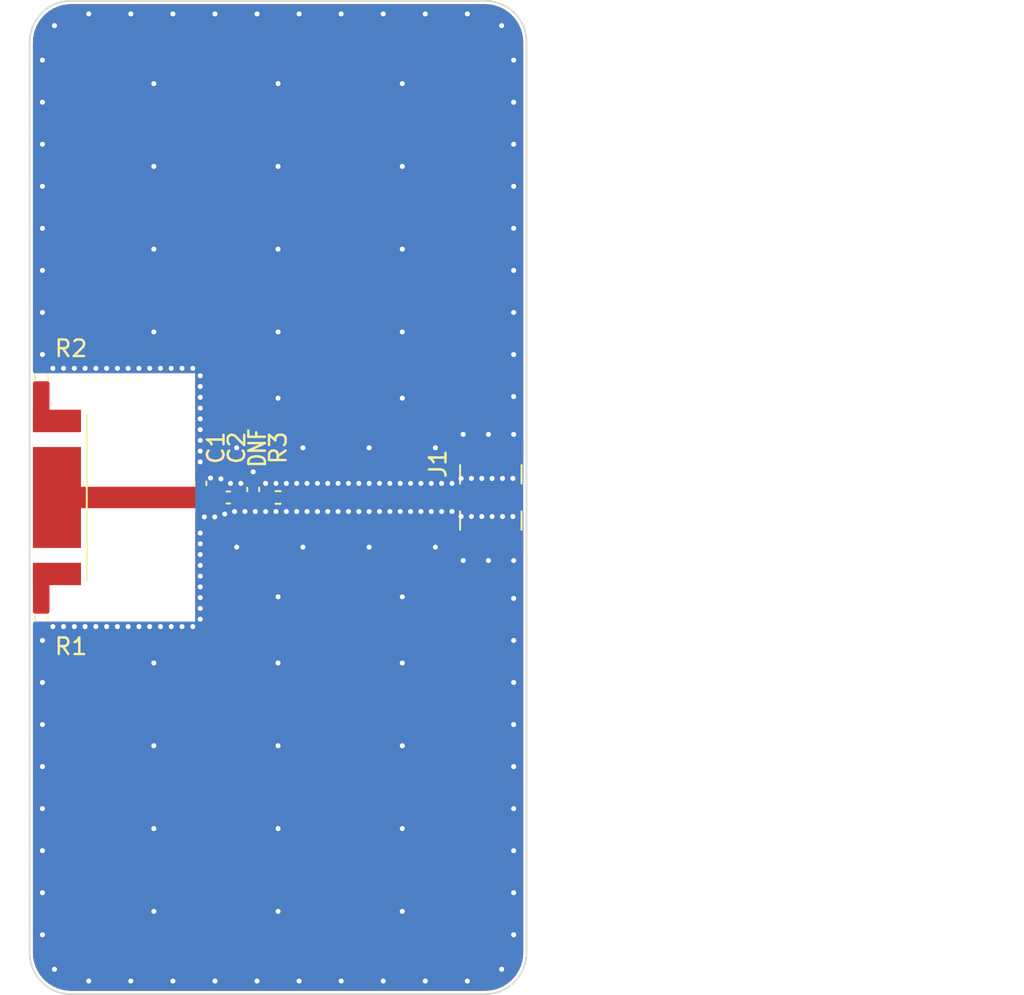
<source format=kicad_pcb>
(kicad_pcb (version 20211014) (generator pcbnew)
  (layers (0 "F.Cu" signal) (1 "In1.Cu" signal) (2 "In2.Cu" signal) (31 "B.Cu" signal) (34 "B.Paste" user) (35 "F.Paste" user) (36 "B.SilkS" user "B.Silkscreen") (37 "F.SilkS" user "F.Silkscreen") (38 "B.Mask" user) (39 "F.Mask" user) (44 "Edge.Cuts" user))
  (net 0 "")
  (net 1 "Net-(ANT1-Pad1)")
  (net 2 "Net-(ANT1-Pad2)")
  (net 3 "Net-(ANT1-Pad3)")
  (net 4 "GND")
  (net 5 "Net-(C2-Pad2)")
  (net 6 "Net-(R3-Pad2)")
  (footprint "Capacitor_SMD:C_0402_1005Metric" (layer "F.Cu") (at 112 120)
    (fp_text reference "C2" (at 0.5 -3 90) (layer "F.SilkS"))
    (fp_text value "3.9p")
    (fp_line (start -0.107836 0.36) (end 0.107836 0.36) (layer "F.SilkS") (width 0.12))
    (fp_line (start -0.107836 -0.36) (end 0.107836 -0.36) (layer "F.SilkS") (width 0.12))
    (pad "1" smd roundrect (at -0.48 0) (size 0.56 0.62) (layers "F.Cu" "F.Paste" "F.Mask") (net 1 "Net-(ANT1-Pad1)"))
    (pad "2" smd roundrect (at 0.48 0) (size 0.56 0.62) (layers "F.Cu" "F.Paste" "F.Mask") (net 5 "Net-(C2-Pad2)"))
  )
  (footprint "Connector_Coaxial:SMA_Samtec_SMA-J-P-X-ST-EM1_EdgeMount" (layer "F.Cu") (at 129.7 120 90)
    (fp_text reference "J1" (at 2.032 -5.048 90) (layer "F.SilkS"))
    (fp_text value "Conn_Coaxial")
    (fp_line (start 0.84 0) (end 1.95 0) (layer "F.SilkS") (width 0.12))
    (fp_line (start -1.95 -3.71) (end -0.84 -3.71) (layer "F.SilkS") (width 0.12))
    (fp_line (start -1.95 0) (end -0.84 0) (layer "F.SilkS") (width 0.12))
    (fp_line (start 0.84 -3.71) (end 1.95 -3.71) (layer "F.SilkS") (width 0.12))
    (pad "1" smd rect (at 0 -1.8 90) (size 1.27 3.6) (layers "F.Cu" "F.Paste" "F.Mask") (net 6 "Net-(R3-Pad2)"))
    (pad "2" smd rect (at 2.825 -2 90) (size 1.35 4.2) (layers "F.Cu" "F.Paste" "F.Mask") (net 4 "GND"))
    (pad "2" smd rect (at 2.825 -2 90) (size 1.35 4.2) (layers "B.Cu" "B.Paste" "B.Mask") (net 4 "GND"))
    (pad "2" smd rect (at -2.825 -2 90) (size 1.35 4.2) (layers "B.Cu" "B.Paste" "B.Mask") (net 4 "GND"))
    (pad "2" smd rect (at -2.825 -2 90) (size 1.35 4.2) (layers "F.Cu" "F.Paste" "F.Mask") (net 4 "GND"))
  )
  (footprint "Capacitor_SMD:C_0402_1005Metric" (layer "F.Cu") (at 113.5 119.52 90)
    (fp_text reference "C3" hide)
    (fp_text value "DNF")
    (fp_line (start -0.107836 0.36) (end 0.107836 0.36) (layer "F.SilkS") (width 0.12))
    (fp_line (start -0.107836 -0.36) (end 0.107836 -0.36) (layer "F.SilkS") (width 0.12))
    (pad "1" smd roundrect (at -0.48 0 90) (size 0.56 0.62) (layers "F.Cu" "F.Paste" "F.Mask") (net 5 "Net-(C2-Pad2)"))
    (pad "2" smd roundrect (at 0.48 0 90) (size 0.56 0.62) (layers "F.Cu" "F.Paste" "F.Mask") (net 4 "GND"))
  )
  (footprint "Resistor_SMD:R_0402_1005Metric" (layer "F.Cu") (at 100.7 127.26 -90)
    (fp_text reference "R1" (at 1.74 -1.8) (layer "F.SilkS"))
    (fp_text value "0")
    (fp_line (start -0.153641 -0.38) (end 0.153641 -0.38) (layer "F.SilkS") (width 0.12))
    (fp_line (start -0.153641 0.38) (end 0.153641 0.38) (layer "F.SilkS") (width 0.12))
    (pad "1" smd roundrect (at -0.51 0 270) (size 0.54 0.64) (layers "F.Cu" "F.Paste" "F.Mask") (net 2 "Net-(ANT1-Pad2)"))
    (pad "2" smd roundrect (at 0.51 0 270) (size 0.54 0.64) (layers "F.Cu" "F.Paste" "F.Mask") (net 4 "GND"))
  )
  (footprint "Resistor_SMD:R_0402_1005Metric" (layer "F.Cu") (at 100.7 112.74 90)
    (fp_text reference "R2" (at 1.74 1.8) (layer "F.SilkS"))
    (fp_text value "0")
    (fp_line (start -0.153641 0.38) (end 0.153641 0.38) (layer "F.SilkS") (width 0.12))
    (fp_line (start -0.153641 -0.38) (end 0.153641 -0.38) (layer "F.SilkS") (width 0.12))
    (pad "1" smd roundrect (at -0.51 0 90) (size 0.54 0.64) (layers "F.Cu" "F.Paste" "F.Mask") (net 3 "Net-(ANT1-Pad3)"))
    (pad "2" smd roundrect (at 0.51 0 90) (size 0.54 0.64) (layers "F.Cu" "F.Paste" "F.Mask") (net 4 "GND"))
  )
  (footprint "GGBLA.125.A:GGBLA.125.A" (layer "F.Cu") (at 101.65 120 90)
    (fp_text reference "ANT1" hide)
    (fp_text value "GGBLA.125.A" hide)
    (fp_line (start -5 1.8) (end 5 1.8) (layer "F.SilkS") (width 0.12))
    (pad "1" smd rect (at 0 0 180) (size 2.9 6.1) (layers "F.Cu" "F.Paste" "F.Mask") (net 1 "Net-(ANT1-Pad1)"))
    (pad "2" smd rect (at -4.625 0 90) (size 1.35 2.9) (layers "F.Cu" "F.Paste" "F.Mask") (net 2 "Net-(ANT1-Pad2)"))
    (pad "3" smd rect (at 4.625 0 90) (size 1.35 2.9) (layers "F.Cu" "F.Paste" "F.Mask") (net 3 "Net-(ANT1-Pad3)"))
  )
  (footprint "Resistor_SMD:R_0402_1005Metric" (layer "F.Cu") (at 115 120)
    (fp_text reference "R3" (at 0 -3 90) (layer "F.SilkS"))
    (fp_text value "0")
    (fp_line (start -0.153641 0.38) (end 0.153641 0.38) (layer "F.SilkS") (width 0.12))
    (fp_line (start -0.153641 -0.38) (end 0.153641 -0.38) (layer "F.SilkS") (width 0.12))
    (pad "1" smd roundrect (at -0.51 0) (size 0.54 0.64) (layers "F.Cu" "F.Paste" "F.Mask") (net 5 "Net-(C2-Pad2)"))
    (pad "2" smd roundrect (at 0.51 0) (size 0.54 0.64) (layers "F.Cu" "F.Paste" "F.Mask") (net 6 "Net-(R3-Pad2)"))
  )
  (footprint "Capacitor_SMD:C_0402_1005Metric" (layer "F.Cu") (at 110.31 119.15 90)
    (fp_text reference "C1" (at 2.15 0.94 90) (layer "F.SilkS"))
    (fp_text value "1.2p")
    (fp_line (start -0.107836 -0.36) (end 0.107836 -0.36) (layer "F.SilkS") (width 0.12))
    (fp_line (start -0.107836 0.36) (end 0.107836 0.36) (layer "F.SilkS") (width 0.12))
    (pad "1" smd roundrect (at -0.48 0 90) (size 0.56 0.62) (layers "F.Cu" "F.Paste" "F.Mask") (net 1 "Net-(ANT1-Pad1)"))
    (pad "2" smd roundrect (at 0.48 0 90) (size 0.56 0.62) (layers "F.Cu" "F.Paste" "F.Mask") (net 4 "GND"))
  )
  (gr_line (start 100 92.5) (end 100 147.5) (layer "Edge.Cuts") (width 0.1))
  (gr_arc (start 102.5 150) (mid 100.732233 149.267767) (end 100 147.5) (layer "Edge.Cuts") (width 0.1))
  (gr_line (start 130 147.5) (end 130 92.5) (layer "Edge.Cuts") (width 0.1))
  (gr_line (start 127.5 90) (end 102.5 90) (layer "Edge.Cuts") (width 0.1))
  (gr_arc (start 130 147.5) (mid 129.267767 149.267767) (end 127.5 150) (layer "Edge.Cuts") (width 0.1))
  (gr_arc (start 100 92.5) (mid 100.732233 90.732233) (end 102.5 90) (layer "Edge.Cuts") (width 0.1))
  (gr_line (start 102.5 150) (end 127.5 150) (layer "Edge.Cuts") (width 0.1))
  (gr_arc (start 127.5 90) (mid 129.267767 90.732233) (end 130 92.5) (layer "Edge.Cuts") (width 0.1))
  (gr_text "DNF" (at 113.75 117 90) (layer "F.SilkS") (effects (font (size 1 0.8))))
  (segment (start 101.65 120) (end 111.18 120) (width 1.3) (layer "F.Cu") (net 1))
  (via (at 122.375 120.85) (size 0.6) (drill 0.3) (layers "F.Cu" "B.Cu") (net 4))
  (via (at 111.775 121) (size 0.6) (drill 0.3) (layers "F.Cu" "B.Cu") (net 4))
  (via (at 126.176 116.19) (size 0.6) (drill 0.3) (layers "F.Cu" "B.Cu") (net 4))
  (via (at 124.25 119.15) (size 0.6) (drill 0.3) (layers "F.Cu" "B.Cu") (net 4))
  (via (at 116.125 120.85) (size 0.6) (drill 0.3) (layers "F.Cu" "B.Cu") (net 4))
  (via (at 115 130) (size 0.6) (drill 0.3) (layers "F.Cu" "B.Cu") (net 4))
  (via (at 103.35 127.8) (size 0.6) (drill 0.3) (layers "F.Cu" "B.Cu") (net 4))
  (via (at 123 119.15) (size 0.6) (drill 0.3) (layers "F.Cu" "B.Cu") (net 4))
  (via (at 104.65 127.8) (size 0.6) (drill 0.3) (layers "F.Cu" "B.Cu") (net 4))
  (via (at 115 135) (size 0.6) (drill 0.3) (layers "F.Cu" "B.Cu") (net 4))
  (via (at 100.776 96.124) (size 0.6) (drill 0.3) (layers "F.Cu" "B.Cu") (net 4))
  (via (at 112.5 123) (size 0.6) (drill 0.3) (layers "F.Cu" "B.Cu") (net 4))
  (via (at 107.9 112.2) (size 0.6) (drill 0.3) (layers "F.Cu" "B.Cu") (net 4))
  (via (at 129.224 96.124) (size 0.6) (drill 0.3) (layers "F.Cu" "B.Cu") (net 4))
  (via (at 110.3 122.8) (size 0.6) (drill 0.3) (layers "F.Cu" "B.Cu") (net 4))
  (via (at 110.55 121.175) (size 0.6) (drill 0.3) (layers "F.Cu" "B.Cu") (net 4))
  (via (at 102.7 127.8) (size 0.6) (drill 0.3) (layers "F.Cu" "B.Cu") (net 4))
  (via (at 100.776 128.636) (size 0.6) (drill 0.3) (layers "F.Cu" "B.Cu") (net 4))
  (via (at 129.175 118.85) (size 0.6) (drill 0.3) (layers "F.Cu" "B.Cu") (net 4))
  (via (at 116.5 123) (size 0.6) (drill 0.3) (layers "F.Cu" "B.Cu") (net 4))
  (via (at 129.175 121.15) (size 0.6) (drill 0.3) (layers "F.Cu" "B.Cu") (net 4))
  (via (at 129.224 146.416) (size 0.6) (drill 0.3) (layers "F.Cu" "B.Cu") (net 4))
  (via (at 107.5 135) (size 0.6) (drill 0.3) (layers "F.Cu" "B.Cu") (net 4))
  (via (at 122.5 126) (size 0.6) (drill 0.3) (layers "F.Cu" "B.Cu") (net 4))
  (via (at 114.875 119.15) (size 0.6) (drill 0.3) (layers "F.Cu" "B.Cu") (net 4))
  (via (at 110.3 115.25) (size 0.6) (drill 0.3) (layers "F.Cu" "B.Cu") (net 4))
  (via (at 110.3 116.55) (size 0.6) (drill 0.3) (layers "F.Cu" "B.Cu") (net 4))
  (via (at 116.125 119.15) (size 0.6) (drill 0.3) (layers "F.Cu" "B.Cu") (net 4))
  (via (at 113.73 149.21) (size 0.6) (drill 0.3) (layers "F.Cu" "B.Cu") (net 4))
  (via (at 115 145) (size 0.6) (drill 0.3) (layers "F.Cu" "B.Cu") (net 4))
  (via (at 129.224 126.096) (size 0.6) (drill 0.3) (layers "F.Cu" "B.Cu") (net 4))
  (via (at 121.75 120.85) (size 0.6) (drill 0.3) (layers "F.Cu" "B.Cu") (net 4))
  (via (at 123.89 90.79) (size 0.6) (drill 0.3) (layers "F.Cu" "B.Cu") (net 4))
  (via (at 127.925 118.85) (size 0.6) (drill 0.3) (layers "F.Cu" "B.Cu") (net 4))
  (via (at 114.25 119.15) (size 0.6) (drill 0.3) (layers "F.Cu" "B.Cu") (net 4))
  (via (at 115.5 119.15) (size 0.6) (drill 0.3) (layers "F.Cu" "B.Cu") (net 4))
  (via (at 100.776 131.176) (size 0.6) (drill 0.3) (layers "F.Cu" "B.Cu") (net 4))
  (via (at 129.224 101.204) (size 0.6) (drill 0.3) (layers "F.Cu" "B.Cu") (net 4))
  (via (at 121.125 120.85) (size 0.6) (drill 0.3) (layers "F.Cu" "B.Cu") (net 4))
  (via (at 112.75 119.15) (size 0.6) (drill 0.3) (layers "F.Cu" "B.Cu") (net 4))
  (via (at 121.35 90.79) (size 0.6) (drill 0.3) (layers "F.Cu" "B.Cu") (net 4))
  (via (at 110.3 123.45) (size 0.6) (drill 0.3) (layers "F.Cu" "B.Cu") (net 4))
  (via (at 116.75 119.15) (size 0.6) (drill 0.3) (layers "F.Cu" "B.Cu") (net 4))
  (via (at 103.57 90.79) (size 0.6) (drill 0.3) (layers "F.Cu" "B.Cu") (net 4))
  (via (at 100.776 106.284) (size 0.6) (drill 0.3) (layers "F.Cu" "B.Cu") (net 4))
  (via (at 107.9 127.8) (size 0.6) (drill 0.3) (layers "F.Cu" "B.Cu") (net 4))
  (via (at 126.675 118.85) (size 0.6) (drill 0.3) (layers "F.Cu" "B.Cu") (net 4))
  (via (at 110.3 114.6) (size 0.6) (drill 0.3) (layers "F.Cu" "B.Cu") (net 4))
  (via (at 116.5 117) (size 0.6) (drill 0.3) (layers "F.Cu" "B.Cu") (net 4))
  (via (at 129.224 143.876) (size 0.6) (drill 0.3) (layers "F.Cu" "B.Cu") (net 4))
  (via (at 126.05 121.15) (size 0.6) (drill 0.3) (layers "F.Cu" "B.Cu") (net 4))
  (via (at 122.5 114) (size 0.6) (drill 0.3) (layers "F.Cu" "B.Cu") (net 4))
  (via (at 118 119.15) (size 0.6) (drill 0.3) (layers "F.Cu" "B.Cu") (net 4))
  (via (at 100.776 138.796) (size 0.6) (drill 0.3) (layers "F.Cu" "B.Cu") (net 4))
  (via (at 107.5 110) (size 0.6) (drill 0.3) (layers "F.Cu" "B.Cu") (net 4))
  (via (at 126.05 118.85) (size 0.6) (drill 0.3) (layers "F.Cu" "B.Cu") (net 4))
  (via (at 106.6 127.8) (size 0.6) (drill 0.3) (layers "F.Cu" "B.Cu") (net 4))
  (via (at 103.35 112.2) (size 0.6) (drill 0.3) (layers "F.Cu" "B.Cu") (net 4))
  (via (at 126.176 123.81) (size 0.6) (drill 0.3) (layers "F.Cu" "B.Cu") (net 4))
  (via (at 107.25 112.2) (size 0.6) (drill 0.3) (layers "F.Cu" "B.Cu") (net 4))
  (via (at 128.5 148.5) (size 0.6) (drill 0.3) (layers "F.Cu" "B.Cu") (net 4))
  (via (at 101.5 91.5) (size 0.6) (drill 0.3) (layers "F.Cu" "B.Cu") (net 4))
  (via (at 112.5 117) (size 0.6) (drill 0.3) (layers "F.Cu" "B.Cu") (net 4))
  (via (at 107.5 105) (size 0.6) (drill 0.3) (layers "F.Cu" "B.Cu") (net 4))
  (via (at 118.625 119.15) (size 0.6) (drill 0.3) (layers "F.Cu" "B.Cu") (net 4))
  (via (at 101.5 148.5) (size 0.6) (drill 0.3) (layers "F.Cu" "B.Cu") (net 4))
  (via (at 129.224 123.81) (size 0.6) (drill 0.3) (layers "F.Cu" "B.Cu") (net 4))
  (via (at 122.5 100) (size 0.6) (drill 0.3) (layers "F.Cu" "B.Cu") (net 4))
  (via (at 105.3 127.8) (size 0.6) (drill 0.3) (layers "F.Cu" "B.Cu") (net 4))
  (via (at 100.776 136.256) (size 0.6) (drill 0.3) (layers "F.Cu" "B.Cu") (net 4))
  (via (at 110.3 125.4) (size 0.6) (drill 0.3) (layers "F.Cu" "B.Cu") (net 4))
  (via (at 113.73 90.79) (size 0.6) (drill 0.3) (layers "F.Cu" "B.Cu") (net 4))
  (via (at 129.224 138.796) (size 0.6) (drill 0.3) (layers "F.Cu" "B.Cu") (net 4))
  (via (at 114.875 120.85) (size 0.6) (drill 0.3) (layers "F.Cu" "B.Cu") (net 4))
  (via (at 122.5 140) (size 0.6) (drill 0.3) (layers "F.Cu" "B.Cu") (net 4))
  (via (at 119.875 120.85) (size 0.6) (drill 0.3) (layers "F.Cu" "B.Cu") (net 4))
  (via (at 120.5 119.15) (size 0.6) (drill 0.3) (layers "F.Cu" "B.Cu") (net 4))
  (via (at 121.125 119.15) (size 0.6) (drill 0.3) (layers "F.Cu" "B.Cu") (net 4))
  (via (at 122.5 130) (size 0.6) (drill 0.3) (layers "F.Cu" "B.Cu") (net 4))
  (via (at 100.776 98.664) (size 0.6) (drill 0.3) (layers "F.Cu" "B.Cu") (net 4))
  (via (at 127.3 118.85) (size 0.6) (drill 0.3) (layers "F.Cu" "B.Cu") (net 4))
  (via (at 110.3 127.35) (size 0.6) (drill 0.3) (layers "F.Cu" "B.Cu") (net 4))
  (via (at 119.25 120.85) (size 0.6) (drill 0.3) (layers "F.Cu" "B.Cu") (net 4))
  (via (at 108.55 112.2) (size 0.6) (drill 0.3) (layers "F.Cu" "B.Cu") (net 4))
  (via (at 101.4 127.8) (size 0.6) (drill 0.3) (layers "F.Cu" "B.Cu") (net 4))
  (via (at 100.776 141.336) (size 0.6) (drill 0.3) (layers "F.Cu" "B.Cu") (net 4))
  (via (at 100.776 111.364) (size 0.6) (drill 0.3) (layers "F.Cu" "B.Cu") (net 4))
  (via (at 118.81 149.21) (size 0.6) (drill 0.3) (layers "F.Cu" "B.Cu") (net 4))
  (via (at 112.125 119.15) (size 0.6) (drill 0.3) (layers "F.Cu" "B.Cu") (net 4))
  (via (at 122.5 135) (size 0.6) (drill 0.3) (layers "F.Cu" "B.Cu") (net 4))
  (via (at 124.25 120.85) (size 0.6) (drill 0.3) (layers "F.Cu" "B.Cu") (net 4))
  (via (at 122.5 145) (size 0.6) (drill 0.3) (layers "F.Cu" "B.Cu") (net 4))
  (via (at 113.5 118.45) (size 0.6) (drill 0.3) (layers "F.Cu" "B.Cu") (net 4))
  (via (at 103.57 149.21) (size 0.6) (drill 0.3) (layers "F.Cu" "B.Cu") (net 4))
  (via (at 110.3 126.7) (size 0.6) (drill 0.3) (layers "F.Cu" "B.Cu") (net 4))
  (via (at 107.5 145) (size 0.6) (drill 0.3) (layers "F.Cu" "B.Cu") (net 4))
  (via (at 110.3 115.9) (size 0.6) (drill 0.3) (layers "F.Cu" "B.Cu") (net 4))
  (via (at 128.55 121.15) (size 0.6) (drill 0.3) (layers "F.Cu" "B.Cu") (net 4))
  (via (at 100.776 146.416) (size 0.6) (drill 0.3) (layers "F.Cu" "B.Cu") (net 4))
  (via (at 110.3 126.05) (size 0.6) (drill 0.3) (layers "F.Cu" "B.Cu") (net 4))
  (via (at 111.55 118.875) (size 0.6) (drill 0.3) (layers "F.Cu" "B.Cu") (net 4))
  (via (at 104 127.8) (size 0.6) (drill 0.3) (layers "F.Cu" "B.Cu") (net 4))
  (via (at 123.89 149.21) (size 0.6) (drill 0.3) (layers "F.Cu" "B.Cu") (net 4))
  (via (at 110.3 124.1) (size 0.6) (drill 0.3) (layers "F.Cu" "B.Cu") (net 4))
  (via (at 102.05 112.2) (size 0.6) (drill 0.3) (layers "F.Cu" "B.Cu") (net 4))
  (via (at 110.3 113.95) (size 0.6) (drill 0.3) (layers "F.Cu" "B.Cu") (net 4))
  (via (at 129.224 141.336) (size 0.6) (drill 0.3) (layers "F.Cu" "B.Cu") (net 4))
  (via (at 113 120.85) (size 0.6) (drill 0.3) (layers "F.Cu" "B.Cu") (net 4))
  (via (at 115 140) (size 0.6) (drill 0.3) (layers "F.Cu" "B.Cu") (net 4))
  (via (at 118 120.85) (size 0.6) (drill 0.3) (layers "F.Cu" "B.Cu") (net 4))
  (via (at 126.43 90.79) (size 0.6) (drill 0.3) (layers "F.Cu" "B.Cu") (net 4))
  (via (at 100.776 108.824) (size 0.6) (drill 0.3) (layers "F.Cu" "B.Cu") (net 4))
  (via (at 129.224 98.664) (size 0.6) (drill 0.3) (layers "F.Cu" "B.Cu") (net 4))
  (via (at 115 95) (size 0.6) (drill 0.3) (layers "F.Cu" "B.Cu") (net 4))
  (via (at 112.375 120.85) (size 0.6) (drill 0.3) (layers "F.Cu" "B.Cu") (net 4))
  (via (at 106.6 112.2) (size 0.6) (drill 0.3) (layers "F.Cu" "B.Cu") (net 4))
  (via (at 129.224 136.256) (size 0.6) (drill 0.3) (layers "F.Cu" "B.Cu") (net 4))
  (via (at 105.95 127.8) (size 0.6) (drill 0.3) (layers "F.Cu" "B.Cu") (net 4))
  (via (at 100.776 143.876) (size 0.6) (drill 0.3) (layers "F.Cu" "B.Cu") (net 4))
  (via (at 127.3 121.15) (size 0.6) (drill 0.3) (layers "F.Cu" "B.Cu") (net 4))
  (via (at 113.625 120.85) (size 0.6) (drill 0.3) (layers "F.Cu" "B.Cu") (net 4))
  (via (at 105.3 112.2) (size 0.6) (drill 0.3) (layers "F.Cu" "B.Cu") (net 4))
  (via (at 115 114) (size 0.6) (drill 0.3) (layers "F.Cu" "B.Cu") (net 4))
  (via (at 111.19 149.21) (size 0.6) (drill 0.3) (layers "F.Cu" "B.Cu") (net 4))
  (via (at 111.19 90.79) (size 0.6) (drill 0.3) (layers "F.Cu" "B.Cu") (net 4))
  (via (at 122.5 95) (size 0.6) (drill 0.3) (layers "F.Cu" "B.Cu") (net 4))
  (via (at 108.65 149.21) (size 0.6) (drill 0.3) (layers "F.Cu" "B.Cu") (net 4))
  (via (at 123.625 119.15) (size 0.6) (drill 0.3) (layers "F.Cu" "B.Cu") (net 4))
  (via (at 115 105) (size 0.6) (drill 0.3) (layers "F.Cu" "B.Cu") (net 4))
  (via (at 116.27 149.21) (size 0.6) (drill 0.3) (layers "F.Cu" "B.Cu") (net 4))
  (via (at 115 126) (size 0.6) (drill 0.3) (layers "F.Cu" "B.Cu") (net 4))
  (via (at 104 112.2) (size 0.6) (drill 0.3) (layers "F.Cu" "B.Cu") (net 4))
  (via (at 110.925 118.825) (size 0.6) (drill 0.3) (layers "F.Cu" "B.Cu") (net 4))
  (via (at 124.5 123) (size 0.6) (drill 0.3) (layers "F.Cu" "B.Cu") (net 4))
  (via (at 107.5 130) (size 0.6) (drill 0.3) (layers "F.Cu" "B.Cu") (net 4))
  (via (at 116.27 90.79) (size 0.6) (drill 0.3) (layers "F.Cu" "B.Cu") (net 4))
  (via (at 109.85 112.2) (size 0.6) (drill 0.3) (layers "F.Cu" "B.Cu") (net 4))
  (via (at 124.875 120.85) (size 0.6) (drill 0.3) (layers "F.Cu" "B.Cu") (net 4))
  (via (at 128.5 91.5) (size 0.6) (drill 0.3) (layers "F.Cu" "B.Cu") (net 4))
  (via (at 129.224 133.716) (size 0.6) (drill 0.3) (layers "F.Cu" "B.Cu") (net 4))
  (via (at 110.3 122.15) (size 0.6) (drill 0.3) (layers "F.Cu" "B.Cu") (net 4))
  (via (at 127.925 121.15) (size 0.6) (drill 0.3) (layers "F.Cu" "B.Cu") (net 4))
  (via (at 105.95 112.2) (size 0.6) (drill 0.3) (layers "F.Cu" "B.Cu") (net 4))
  (via (at 129.224 116.19) (size 0.6) (drill 0.3) (layers "F.Cu" "B.Cu") (net 4))
  (via (at 129.224 93.584) (size 0.6) (drill 0.3) (layers "F.Cu" "B.Cu") (net 4))
  (via (at 115 100) (size 0.6) (drill 0.3) (layers "F.Cu" "B.Cu") (net 4))
  (via (at 106.11 149.21) (size 0.6) (drill 0.3) (layers "F.Cu" "B.Cu") (net 4))
  (via (at 129.224 106.284) (size 0.6) (drill 0.3) (layers "F.Cu" "B.Cu") (net 4))
  (via (at 100.776 133.716) (size 0.6) (drill 0.3) (layers "F.Cu" "B.Cu") (net 4))
  (via (at 102.7 112.2) (size 0.6) (drill 0.3) (layers "F.Cu" "B.Cu") (net 4))
  (via (at 126.43 149.21) (size 0.6) (drill 0.3) (layers "F.Cu" "B.Cu") (net 4))
  (via (at 124.875 119.15) (size 0.6) (drill 0.3) (layers "F.Cu" "B.Cu") (net 4))
  (via (at 127.7 123.81) (size 0.6) (drill 0.3) (layers "F.Cu" "B.Cu") (net 4))
  (via (at 107.5 140) (size 0.6) (drill 0.3) (layers "F.Cu" "B.Cu") (net 4))
  (via (at 124.5 117) (size 0.6) (drill 0.3) (layers "F.Cu" "B.Cu") (net 4))
  (via (at 110.3 117.85) (size 0.6) (drill 0.3) (layers "F.Cu" "B.Cu") (net 4))
  (via (at 120.5 123) (size 0.6) (drill 0.3) (layers "F.Cu" "B.Cu") (net 4))
  (via (at 119.875 119.15) (size 0.6) (drill 0.3) (layers "F.Cu" "B.Cu") (net 4))
  (via (at 127.7 116.19) (size 0.6) (drill 0.3) (layers "F.Cu" "B.Cu") (net 4))
  (via (at 123.625 120.85) (size 0.6) (drill 0.3) (layers "F.Cu" "B.Cu") (net 4))
  (via (at 107.25 127.8) (size 0.6) (drill 0.3) (layers "F.Cu" "B.Cu") (net 4))
  (via (at 110.3 124.75) (size 0.6) (drill 0.3) (layers "F.Cu" "B.Cu") (net 4))
  (via (at 122.5 110) (size 0.6) (drill 0.3) (layers "F.Cu" "B.Cu") (net 4))
  (via (at 101.4 112.2) (size 0.6) (drill 0.3) (layers "F.Cu" "B.Cu") (net 4))
  (via (at 119.25 119.15) (size 0.6) (drill 0.3) (layers "F.Cu" "B.Cu") (net 4))
  (via (at 125.5 119.15) (size 0.6) (drill 0.3) (layers "F.Cu" "B.Cu") (net 4))
  (via (at 118.81 90.79) (size 0.6) (drill 0.3) (layers "F.Cu" "B.Cu") (net 4))
  (via (at 120.5 117) (size 0.6) (drill 0.3) (layers "F.Cu" "B.Cu") (net 4))
  (via (at 121.75 119.15) (size 0.6) (drill 0.3) (layers "F.Cu" "B.Cu") (net 4))
  (via (at 126.675 121.15) (size 0.6) (drill 0.3) (layers "F.Cu" "B.Cu") (net 4))
  (via (at 100.776 93.584) (size 0.6) (drill 0.3) (layers "F.Cu" "B.Cu") (net 4))
  (via (at 118.625 120.85) (size 0.6) (drill 0.3) (layers "F.Cu" "B.Cu") (net 4))
  (via (at 123 120.85) (size 0.6) (drill 0.3) (layers "F.Cu" "B.Cu") (net 4))
  (via (at 125.5 120.85) (size 0.6) (drill 0.3) (layers "F.Cu" "B.Cu") (net 4))
  (via (at 110.3 113.3) (size 0.6) (drill 0.3) (layers "F.Cu" "B.Cu") (net 4))
  (via (at 100.776 101.204) (size 0.6) (drill 0.3) (layers "F.Cu" "B.Cu") (net 4))
  (via (at 107.5 95) (size 0.6) (drill 0.3) (layers "F.Cu" "B.Cu") (net 4))
  (via (at 109.2 112.2) (size 0.6) (drill 0.3) (layers "F.Cu" "B.Cu") (net 4))
  (via (at 129.224 131.176) (size 0.6) (drill 0.3) (layers "F.Cu" "B.Cu") (net 4))
  (via (at 109.85 127.8) (size 0.6) (drill 0.3) (layers "F.Cu" "B.Cu") (net 4))
  (via (at 120.5 120.85) (size 0.6) (drill 0.3) (layers "F.Cu" "B.Cu") (net 4))
  (via (at 104.65 112.2) (size 0.6) (drill 0.3) (layers "F.Cu" "B.Cu") (net 4))
  (via (at 129.224 128.636) (size 0.6) (drill 0.3) (layers "F.Cu" "B.Cu") (net 4))
  (via (at 108.55 127.8) (size 0.6) (drill 0.3) (layers "F.Cu" "B.Cu") (net 4))
  (via (at 106.11 90.79) (size 0.6) (drill 0.3) (layers "F.Cu" "B.Cu") (net 4))
  (via (at 110.3 117.2) (size 0.6) (drill 0.3) (layers "F.Cu" "B.Cu") (net 4))
  (via (at 100.776 103.744) (size 0.6) (drill 0.3) (layers "F.Cu" "B.Cu") (net 4))
  (via (at 116.75 120.85) (size 0.6) (drill 0.3) (layers "F.Cu" "B.Cu") (net 4))
  (via (at 108.65 90.79) (size 0.6) (drill 0.3) (layers "F.Cu" "B.Cu") (net 4))
  (via (at 114.25 120.85) (size 0.6) (drill 0.3) (layers "F.Cu" "B.Cu") (net 4))
  (via (at 129.224 103.744) (size 0.6) (drill 0.3) (layers "F.Cu" "B.Cu") (net 4))
  (via (at 115.5 120.85) (size 0.6) (drill 0.3) (layers "F.Cu" "B.Cu") (net 4))
  (via (at 128.55 118.85) (size 0.6) (drill 0.3) (layers "F.Cu" "B.Cu") (net 4))
  (via (at 129.224 113.904) (size 0.6) (drill 0.3) (layers "F.Cu" "B.Cu") (net 4))
  (via (at 107.5 100) (size 0.6) (drill 0.3) (layers "F.Cu" "B.Cu") (net 4))
  (via (at 110.3 112.65) (size 0.6) (drill 0.3) (layers "F.Cu" "B.Cu") (net 4))
  (via (at 122.375 119.15) (size 0.6) (drill 0.3) (layers "F.Cu" "B.Cu") (net 4))
  (via (at 117.375 119.15) (size 0.6) (drill 0.3) (layers "F.Cu" "B.Cu") (net 4))
  (via (at 102.05 127.8) (size 0.6) (drill 0.3) (layers "F.Cu" "B.Cu") (net 4))
  (via (at 121.35 149.21) (size 0.6) (drill 0.3) (layers "F.Cu" "B.Cu") (net 4))
  (via (at 111.175 121.175) (size 0.6) (drill 0.3) (layers "F.Cu" "B.Cu") (net 4))
  (via (at 122.5 105) (size 0.6) (drill 0.3) (layers "F.Cu" "B.Cu") (net 4))
  (via (at 115 110) (size 0.6) (drill 0.3) (layers "F.Cu" "B.Cu") (net 4))
  (via (at 109.2 127.8) (size 0.6) (drill 0.3) (layers "F.Cu" "B.Cu") (net 4))
  (via (at 129.224 108.824) (size 0.6) (drill 0.3) (layers "F.Cu" "B.Cu") (net 4))
  (via (at 129.224 111.364) (size 0.6) (drill 0.3) (layers "F.Cu" "B.Cu") (net 4))
  (via (at 117.375 120.85) (size 0.6) (drill 0.3) (layers "F.Cu" "B.Cu") (net 4))
  (segment (start 112.48 120) (end 114.49 120) (width 0.678) (layer "F.Cu") (net 5))
  (segment (start 115.51 120) (end 127.9 120) (width 0.678) (layer "F.Cu") (net 6))
  (zone (net 2) (net_name "Net-(ANT1-Pad2)") (layer "F.Cu") (priority 1) (connect_pads thru_hole_only (clearance 0.2)) (min_thickness 0.254) (fill yes (thermal_gap 0.254) (thermal_bridge_width 0.508))
    (polygon (pts (xy 103.1 125.3) (xy 101.2 125.3) (xy 101.2 127.02) (xy 100.2 127.02) (xy 100.2 123.95) (xy 103.1 123.95)))
  )
  (zone (net 3) (net_name "Net-(ANT1-Pad3)") (layer "F.Cu") (priority 1) (connect_pads thru_hole_only (clearance 0.2)) (min_thickness 0.254) (fill yes (thermal_gap 0.254) (thermal_bridge_width 0.508))
    (polygon (pts (xy 103.1 116.05) (xy 100.2 116.05) (xy 100.2 112.98) (xy 101.2 112.98) (xy 101.2 114.7) (xy 103.1 114.7)))
  )
  (zone (net 4) (net_name "GND") (layers "F.Cu" "In1.Cu" "In2.Cu" "B.Cu") (connect_pads thru_hole_only (clearance 0.2)) (min_thickness 0.254) (fill yes (thermal_gap 0.254) (thermal_bridge_width 0.508))
    (polygon (pts (xy 130 150) (xy 100 150) (xy 100 127.5) (xy 110 127.5) (xy 110 112.5) (xy 100 112.5) (xy 100 90) (xy 130 90)))
  )
)
</source>
